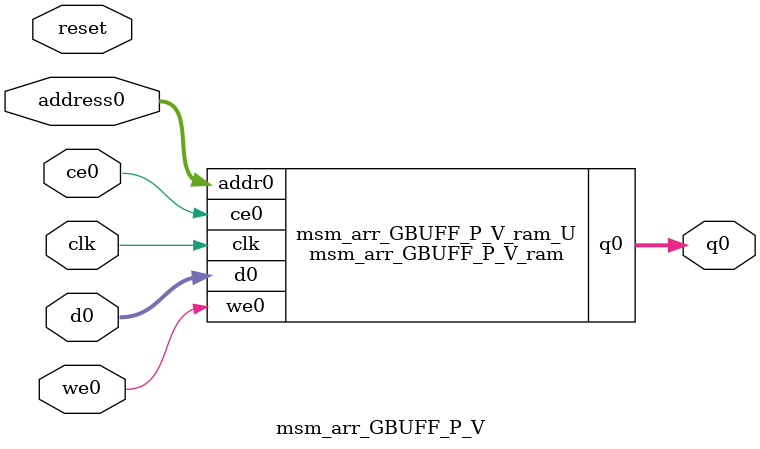
<source format=v>
`timescale 1 ns / 1 ps
module msm_arr_GBUFF_P_V_ram (addr0, ce0, d0, we0, q0,  clk);

parameter DWIDTH = 39;
parameter AWIDTH = 7;
parameter MEM_SIZE = 128;

input[AWIDTH-1:0] addr0;
input ce0;
input[DWIDTH-1:0] d0;
input we0;
output reg[DWIDTH-1:0] q0;
input clk;

reg [DWIDTH-1:0] ram[0:MEM_SIZE-1];




always @(posedge clk)  
begin 
    if (ce0) begin
        if (we0) 
            ram[addr0] <= d0; 
        q0 <= ram[addr0];
    end
end


endmodule

`timescale 1 ns / 1 ps
module msm_arr_GBUFF_P_V(
    reset,
    clk,
    address0,
    ce0,
    we0,
    d0,
    q0);

parameter DataWidth = 32'd39;
parameter AddressRange = 32'd128;
parameter AddressWidth = 32'd7;
input reset;
input clk;
input[AddressWidth - 1:0] address0;
input ce0;
input we0;
input[DataWidth - 1:0] d0;
output[DataWidth - 1:0] q0;



msm_arr_GBUFF_P_V_ram msm_arr_GBUFF_P_V_ram_U(
    .clk( clk ),
    .addr0( address0 ),
    .ce0( ce0 ),
    .we0( we0 ),
    .d0( d0 ),
    .q0( q0 ));

endmodule


</source>
